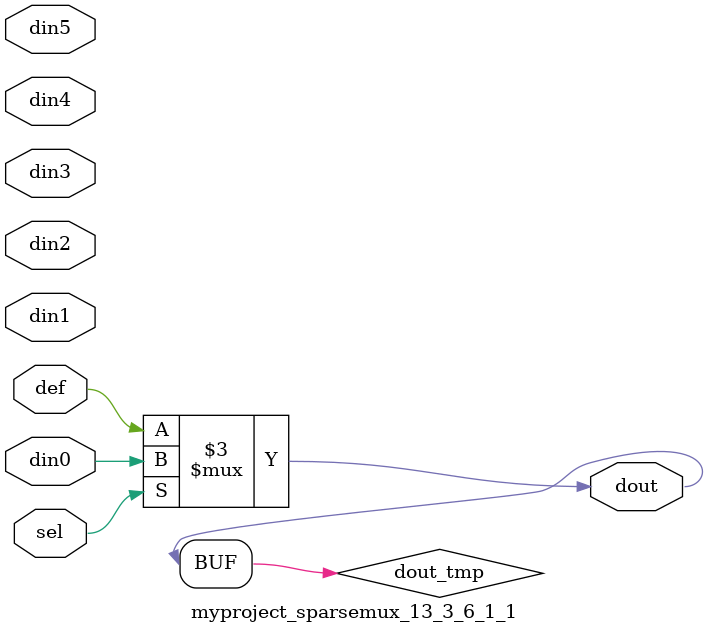
<source format=v>
`timescale 1ns / 1ps

module myproject_sparsemux_13_3_6_1_1 (din0,din1,din2,din3,din4,din5,def,sel,dout);

parameter din0_WIDTH = 1;

parameter din1_WIDTH = 1;

parameter din2_WIDTH = 1;

parameter din3_WIDTH = 1;

parameter din4_WIDTH = 1;

parameter din5_WIDTH = 1;

parameter def_WIDTH = 1;
parameter sel_WIDTH = 1;
parameter dout_WIDTH = 1;

parameter [sel_WIDTH-1:0] CASE0 = 1;

parameter [sel_WIDTH-1:0] CASE1 = 1;

parameter [sel_WIDTH-1:0] CASE2 = 1;

parameter [sel_WIDTH-1:0] CASE3 = 1;

parameter [sel_WIDTH-1:0] CASE4 = 1;

parameter [sel_WIDTH-1:0] CASE5 = 1;

parameter ID = 1;
parameter NUM_STAGE = 1;



input [din0_WIDTH-1:0] din0;

input [din1_WIDTH-1:0] din1;

input [din2_WIDTH-1:0] din2;

input [din3_WIDTH-1:0] din3;

input [din4_WIDTH-1:0] din4;

input [din5_WIDTH-1:0] din5;

input [def_WIDTH-1:0] def;
input [sel_WIDTH-1:0] sel;

output [dout_WIDTH-1:0] dout;



reg [dout_WIDTH-1:0] dout_tmp;


always @ (*) begin
(* parallel_case *) case (sel)
    
    CASE0 : dout_tmp = din0;
    
    CASE1 : dout_tmp = din1;
    
    CASE2 : dout_tmp = din2;
    
    CASE3 : dout_tmp = din3;
    
    CASE4 : dout_tmp = din4;
    
    CASE5 : dout_tmp = din5;
    
    default : dout_tmp = def;
endcase
end


assign dout = dout_tmp;



endmodule

</source>
